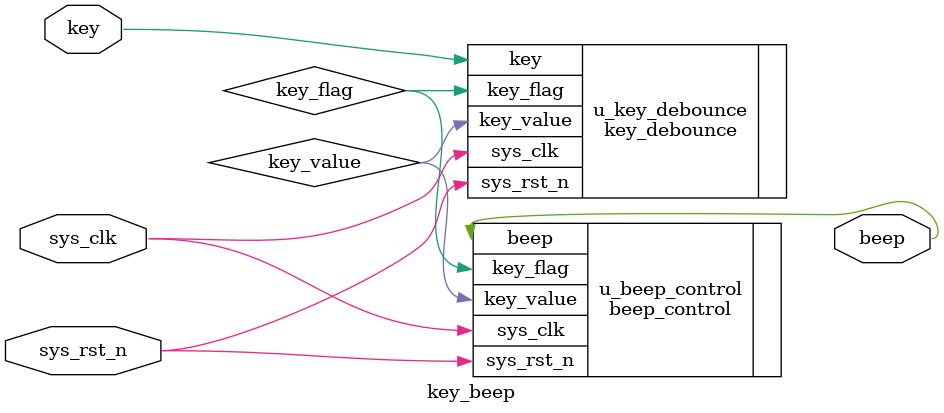
<source format=v>


module key_beep(
    input sys_clk,
    input sys_rst_n,
    
    input key,
    output beep
    );
    
    // 感受一下这里的wire有什么作用？
    // 我们不管里面是什么情况，因为我们要把模块连接起来，所以就这样做了
    wire key_value;
    wire key_flag;
    
    // ****************** main ***********************
    
    // 按键消抖模块
    key_debounce u_key_debounce(
        .sys_clk (sys_clk),
        .sys_rst_n (sys_rst_n),
        
        .key (key),
        .key_value (key_value), // output
        .key_flag (key_flag)    // output
    );
    
    // 凤鸣器模块
    beep_control u_beep_control(
        .sys_clk (sys_clk),
        .sys_rst_n (sys_rst_n),
        
        .key_value (key_value),
        .key_flag (key_flag),
        .beep (beep)            // output
    ); 
endmodule

</source>
